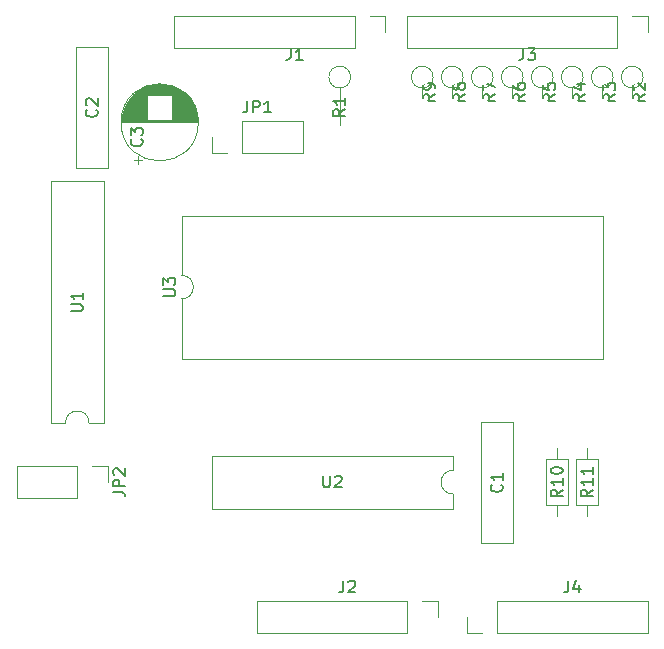
<source format=gto>
G04 #@! TF.GenerationSoftware,KiCad,Pcbnew,(5.1.12)-1*
G04 #@! TF.CreationDate,2022-05-14T07:58:37+02:00*
G04 #@! TF.ProjectId,EPROM-Shield,4550524f-4d2d-4536-9869-656c642e6b69,rev?*
G04 #@! TF.SameCoordinates,Original*
G04 #@! TF.FileFunction,Legend,Top*
G04 #@! TF.FilePolarity,Positive*
%FSLAX46Y46*%
G04 Gerber Fmt 4.6, Leading zero omitted, Abs format (unit mm)*
G04 Created by KiCad (PCBNEW (5.1.12)-1) date 2022-05-14 07:58:37*
%MOMM*%
%LPD*%
G01*
G04 APERTURE LIST*
%ADD10C,0.120000*%
%ADD11C,0.150000*%
%ADD12C,1.600000*%
%ADD13R,1.600000X1.600000*%
%ADD14O,1.400000X1.400000*%
%ADD15C,1.400000*%
%ADD16O,1.600000X2.400000*%
%ADD17R,1.600000X2.400000*%
%ADD18O,1.700000X1.700000*%
%ADD19R,1.700000X1.700000*%
%ADD20O,2.400000X1.600000*%
%ADD21R,2.400000X1.600000*%
G04 APERTURE END LIST*
D10*
G04 #@! TO.C,C3*
X108045000Y-78760000D02*
G75*
G03*
X108045000Y-78760000I-3270000J0D01*
G01*
X101545000Y-78760000D02*
X108005000Y-78760000D01*
X101545000Y-78720000D02*
X108005000Y-78720000D01*
X101545000Y-78680000D02*
X108005000Y-78680000D01*
X101547000Y-78640000D02*
X108003000Y-78640000D01*
X101548000Y-78600000D02*
X108002000Y-78600000D01*
X101551000Y-78560000D02*
X107999000Y-78560000D01*
X101553000Y-78520000D02*
X103735000Y-78520000D01*
X105815000Y-78520000D02*
X107997000Y-78520000D01*
X101557000Y-78480000D02*
X103735000Y-78480000D01*
X105815000Y-78480000D02*
X107993000Y-78480000D01*
X101560000Y-78440000D02*
X103735000Y-78440000D01*
X105815000Y-78440000D02*
X107990000Y-78440000D01*
X101564000Y-78400000D02*
X103735000Y-78400000D01*
X105815000Y-78400000D02*
X107986000Y-78400000D01*
X101569000Y-78360000D02*
X103735000Y-78360000D01*
X105815000Y-78360000D02*
X107981000Y-78360000D01*
X101574000Y-78320000D02*
X103735000Y-78320000D01*
X105815000Y-78320000D02*
X107976000Y-78320000D01*
X101580000Y-78280000D02*
X103735000Y-78280000D01*
X105815000Y-78280000D02*
X107970000Y-78280000D01*
X101586000Y-78240000D02*
X103735000Y-78240000D01*
X105815000Y-78240000D02*
X107964000Y-78240000D01*
X101593000Y-78200000D02*
X103735000Y-78200000D01*
X105815000Y-78200000D02*
X107957000Y-78200000D01*
X101600000Y-78160000D02*
X103735000Y-78160000D01*
X105815000Y-78160000D02*
X107950000Y-78160000D01*
X101608000Y-78120000D02*
X103735000Y-78120000D01*
X105815000Y-78120000D02*
X107942000Y-78120000D01*
X101616000Y-78080000D02*
X103735000Y-78080000D01*
X105815000Y-78080000D02*
X107934000Y-78080000D01*
X101625000Y-78039000D02*
X103735000Y-78039000D01*
X105815000Y-78039000D02*
X107925000Y-78039000D01*
X101634000Y-77999000D02*
X103735000Y-77999000D01*
X105815000Y-77999000D02*
X107916000Y-77999000D01*
X101644000Y-77959000D02*
X103735000Y-77959000D01*
X105815000Y-77959000D02*
X107906000Y-77959000D01*
X101654000Y-77919000D02*
X103735000Y-77919000D01*
X105815000Y-77919000D02*
X107896000Y-77919000D01*
X101665000Y-77879000D02*
X103735000Y-77879000D01*
X105815000Y-77879000D02*
X107885000Y-77879000D01*
X101677000Y-77839000D02*
X103735000Y-77839000D01*
X105815000Y-77839000D02*
X107873000Y-77839000D01*
X101689000Y-77799000D02*
X103735000Y-77799000D01*
X105815000Y-77799000D02*
X107861000Y-77799000D01*
X101701000Y-77759000D02*
X103735000Y-77759000D01*
X105815000Y-77759000D02*
X107849000Y-77759000D01*
X101714000Y-77719000D02*
X103735000Y-77719000D01*
X105815000Y-77719000D02*
X107836000Y-77719000D01*
X101728000Y-77679000D02*
X103735000Y-77679000D01*
X105815000Y-77679000D02*
X107822000Y-77679000D01*
X101742000Y-77639000D02*
X103735000Y-77639000D01*
X105815000Y-77639000D02*
X107808000Y-77639000D01*
X101757000Y-77599000D02*
X103735000Y-77599000D01*
X105815000Y-77599000D02*
X107793000Y-77599000D01*
X101773000Y-77559000D02*
X103735000Y-77559000D01*
X105815000Y-77559000D02*
X107777000Y-77559000D01*
X101789000Y-77519000D02*
X103735000Y-77519000D01*
X105815000Y-77519000D02*
X107761000Y-77519000D01*
X101805000Y-77479000D02*
X103735000Y-77479000D01*
X105815000Y-77479000D02*
X107745000Y-77479000D01*
X101823000Y-77439000D02*
X103735000Y-77439000D01*
X105815000Y-77439000D02*
X107727000Y-77439000D01*
X101841000Y-77399000D02*
X103735000Y-77399000D01*
X105815000Y-77399000D02*
X107709000Y-77399000D01*
X101859000Y-77359000D02*
X103735000Y-77359000D01*
X105815000Y-77359000D02*
X107691000Y-77359000D01*
X101879000Y-77319000D02*
X103735000Y-77319000D01*
X105815000Y-77319000D02*
X107671000Y-77319000D01*
X101899000Y-77279000D02*
X103735000Y-77279000D01*
X105815000Y-77279000D02*
X107651000Y-77279000D01*
X101919000Y-77239000D02*
X103735000Y-77239000D01*
X105815000Y-77239000D02*
X107631000Y-77239000D01*
X101941000Y-77199000D02*
X103735000Y-77199000D01*
X105815000Y-77199000D02*
X107609000Y-77199000D01*
X101963000Y-77159000D02*
X103735000Y-77159000D01*
X105815000Y-77159000D02*
X107587000Y-77159000D01*
X101985000Y-77119000D02*
X103735000Y-77119000D01*
X105815000Y-77119000D02*
X107565000Y-77119000D01*
X102009000Y-77079000D02*
X103735000Y-77079000D01*
X105815000Y-77079000D02*
X107541000Y-77079000D01*
X102033000Y-77039000D02*
X103735000Y-77039000D01*
X105815000Y-77039000D02*
X107517000Y-77039000D01*
X102059000Y-76999000D02*
X103735000Y-76999000D01*
X105815000Y-76999000D02*
X107491000Y-76999000D01*
X102085000Y-76959000D02*
X103735000Y-76959000D01*
X105815000Y-76959000D02*
X107465000Y-76959000D01*
X102111000Y-76919000D02*
X103735000Y-76919000D01*
X105815000Y-76919000D02*
X107439000Y-76919000D01*
X102139000Y-76879000D02*
X103735000Y-76879000D01*
X105815000Y-76879000D02*
X107411000Y-76879000D01*
X102168000Y-76839000D02*
X103735000Y-76839000D01*
X105815000Y-76839000D02*
X107382000Y-76839000D01*
X102197000Y-76799000D02*
X103735000Y-76799000D01*
X105815000Y-76799000D02*
X107353000Y-76799000D01*
X102227000Y-76759000D02*
X103735000Y-76759000D01*
X105815000Y-76759000D02*
X107323000Y-76759000D01*
X102259000Y-76719000D02*
X103735000Y-76719000D01*
X105815000Y-76719000D02*
X107291000Y-76719000D01*
X102291000Y-76679000D02*
X103735000Y-76679000D01*
X105815000Y-76679000D02*
X107259000Y-76679000D01*
X102325000Y-76639000D02*
X103735000Y-76639000D01*
X105815000Y-76639000D02*
X107225000Y-76639000D01*
X102359000Y-76599000D02*
X103735000Y-76599000D01*
X105815000Y-76599000D02*
X107191000Y-76599000D01*
X102395000Y-76559000D02*
X103735000Y-76559000D01*
X105815000Y-76559000D02*
X107155000Y-76559000D01*
X102432000Y-76519000D02*
X103735000Y-76519000D01*
X105815000Y-76519000D02*
X107118000Y-76519000D01*
X102470000Y-76479000D02*
X103735000Y-76479000D01*
X105815000Y-76479000D02*
X107080000Y-76479000D01*
X102510000Y-76439000D02*
X107040000Y-76439000D01*
X102551000Y-76399000D02*
X106999000Y-76399000D01*
X102593000Y-76359000D02*
X106957000Y-76359000D01*
X102638000Y-76319000D02*
X106912000Y-76319000D01*
X102683000Y-76279000D02*
X106867000Y-76279000D01*
X102731000Y-76239000D02*
X106819000Y-76239000D01*
X102780000Y-76199000D02*
X106770000Y-76199000D01*
X102831000Y-76159000D02*
X106719000Y-76159000D01*
X102885000Y-76119000D02*
X106665000Y-76119000D01*
X102941000Y-76079000D02*
X106609000Y-76079000D01*
X102999000Y-76039000D02*
X106551000Y-76039000D01*
X103061000Y-75999000D02*
X106489000Y-75999000D01*
X103125000Y-75959000D02*
X106425000Y-75959000D01*
X103194000Y-75919000D02*
X106356000Y-75919000D01*
X103266000Y-75879000D02*
X106284000Y-75879000D01*
X103343000Y-75839000D02*
X106207000Y-75839000D01*
X103425000Y-75799000D02*
X106125000Y-75799000D01*
X103513000Y-75759000D02*
X106037000Y-75759000D01*
X103610000Y-75719000D02*
X105940000Y-75719000D01*
X103716000Y-75679000D02*
X105834000Y-75679000D01*
X103835000Y-75639000D02*
X105715000Y-75639000D01*
X103973000Y-75599000D02*
X105577000Y-75599000D01*
X104142000Y-75559000D02*
X105408000Y-75559000D01*
X104373000Y-75519000D02*
X105177000Y-75519000D01*
X102936000Y-82260241D02*
X102936000Y-81630241D01*
X102621000Y-81945241D02*
X103251000Y-81945241D01*
G04 #@! TO.C,R1*
X120015000Y-75850000D02*
X120015000Y-79010000D01*
X120935000Y-74930000D02*
G75*
G03*
X120935000Y-74930000I-920000J0D01*
G01*
G04 #@! TO.C,U3*
X106620000Y-93710000D02*
X106620000Y-98770000D01*
X106620000Y-98770000D02*
X142300000Y-98770000D01*
X142300000Y-98770000D02*
X142300000Y-86650000D01*
X142300000Y-86650000D02*
X106620000Y-86650000D01*
X106620000Y-86650000D02*
X106620000Y-91710000D01*
X106620000Y-91710000D02*
G75*
G02*
X106620000Y-93710000I0J-1000000D01*
G01*
G04 #@! TO.C,R11*
X140050000Y-111140000D02*
X141890000Y-111140000D01*
X141890000Y-111140000D02*
X141890000Y-107300000D01*
X141890000Y-107300000D02*
X140050000Y-107300000D01*
X140050000Y-107300000D02*
X140050000Y-111140000D01*
X140970000Y-112090000D02*
X140970000Y-111140000D01*
X140970000Y-106350000D02*
X140970000Y-107300000D01*
G04 #@! TO.C,R10*
X137510000Y-111140000D02*
X139350000Y-111140000D01*
X139350000Y-111140000D02*
X139350000Y-107300000D01*
X139350000Y-107300000D02*
X137510000Y-107300000D01*
X137510000Y-107300000D02*
X137510000Y-111140000D01*
X138430000Y-112090000D02*
X138430000Y-111140000D01*
X138430000Y-106350000D02*
X138430000Y-107300000D01*
G04 #@! TO.C,J3*
X146110000Y-69790000D02*
X146110000Y-71120000D01*
X144780000Y-69790000D02*
X146110000Y-69790000D01*
X143510000Y-69790000D02*
X143510000Y-72450000D01*
X143510000Y-72450000D02*
X125670000Y-72450000D01*
X143510000Y-69790000D02*
X125670000Y-69790000D01*
X125670000Y-69790000D02*
X125670000Y-72450000D01*
G04 #@! TO.C,J4*
X130750000Y-121980000D02*
X130750000Y-120650000D01*
X132080000Y-121980000D02*
X130750000Y-121980000D01*
X133350000Y-121980000D02*
X133350000Y-119320000D01*
X133350000Y-119320000D02*
X146110000Y-119320000D01*
X133350000Y-121980000D02*
X146110000Y-121980000D01*
X146110000Y-121980000D02*
X146110000Y-119320000D01*
G04 #@! TO.C,J2*
X128330000Y-119320000D02*
X128330000Y-120650000D01*
X127000000Y-119320000D02*
X128330000Y-119320000D01*
X125730000Y-119320000D02*
X125730000Y-121980000D01*
X125730000Y-121980000D02*
X112970000Y-121980000D01*
X125730000Y-119320000D02*
X112970000Y-119320000D01*
X112970000Y-119320000D02*
X112970000Y-121980000D01*
G04 #@! TO.C,R4*
X139700000Y-75850000D02*
X139700000Y-76470000D01*
X140620000Y-74930000D02*
G75*
G03*
X140620000Y-74930000I-920000J0D01*
G01*
G04 #@! TO.C,R3*
X142240000Y-75850000D02*
X142240000Y-76470000D01*
X143160000Y-74930000D02*
G75*
G03*
X143160000Y-74930000I-920000J0D01*
G01*
G04 #@! TO.C,R2*
X144780000Y-75850000D02*
X144780000Y-76470000D01*
X145700000Y-74930000D02*
G75*
G03*
X145700000Y-74930000I-920000J0D01*
G01*
G04 #@! TO.C,J1*
X123885000Y-69790000D02*
X123885000Y-71120000D01*
X122555000Y-69790000D02*
X123885000Y-69790000D01*
X121285000Y-69790000D02*
X121285000Y-72450000D01*
X121285000Y-72450000D02*
X105985000Y-72450000D01*
X121285000Y-69790000D02*
X105985000Y-69790000D01*
X105985000Y-69790000D02*
X105985000Y-72450000D01*
G04 #@! TO.C,R6*
X134620000Y-75850000D02*
X134620000Y-76470000D01*
X135540000Y-74930000D02*
G75*
G03*
X135540000Y-74930000I-920000J0D01*
G01*
G04 #@! TO.C,R8*
X129540000Y-75850000D02*
X129540000Y-76470000D01*
X130460000Y-74930000D02*
G75*
G03*
X130460000Y-74930000I-920000J0D01*
G01*
G04 #@! TO.C,R9*
X127000000Y-75850000D02*
X127000000Y-76470000D01*
X127920000Y-74930000D02*
G75*
G03*
X127920000Y-74930000I-920000J0D01*
G01*
G04 #@! TO.C,R7*
X132080000Y-75850000D02*
X132080000Y-76470000D01*
X133000000Y-74930000D02*
G75*
G03*
X133000000Y-74930000I-920000J0D01*
G01*
G04 #@! TO.C,R5*
X137160000Y-75850000D02*
X137160000Y-76470000D01*
X138080000Y-74930000D02*
G75*
G03*
X138080000Y-74930000I-920000J0D01*
G01*
G04 #@! TO.C,C2*
X97690000Y-82630000D02*
X97690000Y-72390000D01*
X100430000Y-82630000D02*
X100430000Y-72390000D01*
X97690000Y-82630000D02*
X100430000Y-82630000D01*
X97690000Y-72390000D02*
X100430000Y-72390000D01*
G04 #@! TO.C,C1*
X131980000Y-114380000D02*
X131980000Y-104140000D01*
X134720000Y-114380000D02*
X134720000Y-104140000D01*
X131980000Y-114380000D02*
X134720000Y-114380000D01*
X131980000Y-104140000D02*
X134720000Y-104140000D01*
G04 #@! TO.C,U2*
X129600000Y-111470000D02*
X129600000Y-110220000D01*
X109160000Y-111470000D02*
X129600000Y-111470000D01*
X109160000Y-106970000D02*
X109160000Y-111470000D01*
X129600000Y-106970000D02*
X109160000Y-106970000D01*
X129600000Y-108220000D02*
X129600000Y-106970000D01*
X129600000Y-110220000D02*
G75*
G02*
X129600000Y-108220000I0J1000000D01*
G01*
G04 #@! TO.C,U1*
X95540000Y-104200000D02*
X96790000Y-104200000D01*
X95540000Y-83760000D02*
X95540000Y-104200000D01*
X100040000Y-83760000D02*
X95540000Y-83760000D01*
X100040000Y-104200000D02*
X100040000Y-83760000D01*
X98790000Y-104200000D02*
X100040000Y-104200000D01*
X96790000Y-104200000D02*
G75*
G02*
X98790000Y-104200000I1000000J0D01*
G01*
G04 #@! TO.C,JP2*
X100390000Y-107890000D02*
X100390000Y-109220000D01*
X99060000Y-107890000D02*
X100390000Y-107890000D01*
X97790000Y-107890000D02*
X97790000Y-110550000D01*
X97790000Y-110550000D02*
X92650000Y-110550000D01*
X97790000Y-107890000D02*
X92650000Y-107890000D01*
X92650000Y-107890000D02*
X92650000Y-110550000D01*
G04 #@! TO.C,JP1*
X109160000Y-81340000D02*
X109160000Y-80010000D01*
X110490000Y-81340000D02*
X109160000Y-81340000D01*
X111760000Y-81340000D02*
X111760000Y-78680000D01*
X111760000Y-78680000D02*
X116900000Y-78680000D01*
X111760000Y-81340000D02*
X116900000Y-81340000D01*
X116900000Y-81340000D02*
X116900000Y-78680000D01*
G04 #@! TO.C,C3*
D11*
X103227142Y-80176666D02*
X103274761Y-80224285D01*
X103322380Y-80367142D01*
X103322380Y-80462380D01*
X103274761Y-80605238D01*
X103179523Y-80700476D01*
X103084285Y-80748095D01*
X102893809Y-80795714D01*
X102750952Y-80795714D01*
X102560476Y-80748095D01*
X102465238Y-80700476D01*
X102370000Y-80605238D01*
X102322380Y-80462380D01*
X102322380Y-80367142D01*
X102370000Y-80224285D01*
X102417619Y-80176666D01*
X102322380Y-79843333D02*
X102322380Y-79224285D01*
X102703333Y-79557619D01*
X102703333Y-79414761D01*
X102750952Y-79319523D01*
X102798571Y-79271904D01*
X102893809Y-79224285D01*
X103131904Y-79224285D01*
X103227142Y-79271904D01*
X103274761Y-79319523D01*
X103322380Y-79414761D01*
X103322380Y-79700476D01*
X103274761Y-79795714D01*
X103227142Y-79843333D01*
G04 #@! TO.C,R1*
X120467380Y-77636666D02*
X119991190Y-77970000D01*
X120467380Y-78208095D02*
X119467380Y-78208095D01*
X119467380Y-77827142D01*
X119515000Y-77731904D01*
X119562619Y-77684285D01*
X119657857Y-77636666D01*
X119800714Y-77636666D01*
X119895952Y-77684285D01*
X119943571Y-77731904D01*
X119991190Y-77827142D01*
X119991190Y-78208095D01*
X120467380Y-76684285D02*
X120467380Y-77255714D01*
X120467380Y-76970000D02*
X119467380Y-76970000D01*
X119610238Y-77065238D01*
X119705476Y-77160476D01*
X119753095Y-77255714D01*
G04 #@! TO.C,U3*
X105072380Y-93471904D02*
X105881904Y-93471904D01*
X105977142Y-93424285D01*
X106024761Y-93376666D01*
X106072380Y-93281428D01*
X106072380Y-93090952D01*
X106024761Y-92995714D01*
X105977142Y-92948095D01*
X105881904Y-92900476D01*
X105072380Y-92900476D01*
X105072380Y-92519523D02*
X105072380Y-91900476D01*
X105453333Y-92233809D01*
X105453333Y-92090952D01*
X105500952Y-91995714D01*
X105548571Y-91948095D01*
X105643809Y-91900476D01*
X105881904Y-91900476D01*
X105977142Y-91948095D01*
X106024761Y-91995714D01*
X106072380Y-92090952D01*
X106072380Y-92376666D01*
X106024761Y-92471904D01*
X105977142Y-92519523D01*
G04 #@! TO.C,R11*
X141422380Y-109862857D02*
X140946190Y-110196190D01*
X141422380Y-110434285D02*
X140422380Y-110434285D01*
X140422380Y-110053333D01*
X140470000Y-109958095D01*
X140517619Y-109910476D01*
X140612857Y-109862857D01*
X140755714Y-109862857D01*
X140850952Y-109910476D01*
X140898571Y-109958095D01*
X140946190Y-110053333D01*
X140946190Y-110434285D01*
X141422380Y-108910476D02*
X141422380Y-109481904D01*
X141422380Y-109196190D02*
X140422380Y-109196190D01*
X140565238Y-109291428D01*
X140660476Y-109386666D01*
X140708095Y-109481904D01*
X141422380Y-107958095D02*
X141422380Y-108529523D01*
X141422380Y-108243809D02*
X140422380Y-108243809D01*
X140565238Y-108339047D01*
X140660476Y-108434285D01*
X140708095Y-108529523D01*
G04 #@! TO.C,R10*
X138882380Y-109862857D02*
X138406190Y-110196190D01*
X138882380Y-110434285D02*
X137882380Y-110434285D01*
X137882380Y-110053333D01*
X137930000Y-109958095D01*
X137977619Y-109910476D01*
X138072857Y-109862857D01*
X138215714Y-109862857D01*
X138310952Y-109910476D01*
X138358571Y-109958095D01*
X138406190Y-110053333D01*
X138406190Y-110434285D01*
X138882380Y-108910476D02*
X138882380Y-109481904D01*
X138882380Y-109196190D02*
X137882380Y-109196190D01*
X138025238Y-109291428D01*
X138120476Y-109386666D01*
X138168095Y-109481904D01*
X137882380Y-108291428D02*
X137882380Y-108196190D01*
X137930000Y-108100952D01*
X137977619Y-108053333D01*
X138072857Y-108005714D01*
X138263333Y-107958095D01*
X138501428Y-107958095D01*
X138691904Y-108005714D01*
X138787142Y-108053333D01*
X138834761Y-108100952D01*
X138882380Y-108196190D01*
X138882380Y-108291428D01*
X138834761Y-108386666D01*
X138787142Y-108434285D01*
X138691904Y-108481904D01*
X138501428Y-108529523D01*
X138263333Y-108529523D01*
X138072857Y-108481904D01*
X137977619Y-108434285D01*
X137930000Y-108386666D01*
X137882380Y-108291428D01*
G04 #@! TO.C,J3*
X135556666Y-72477380D02*
X135556666Y-73191666D01*
X135509047Y-73334523D01*
X135413809Y-73429761D01*
X135270952Y-73477380D01*
X135175714Y-73477380D01*
X135937619Y-72477380D02*
X136556666Y-72477380D01*
X136223333Y-72858333D01*
X136366190Y-72858333D01*
X136461428Y-72905952D01*
X136509047Y-72953571D01*
X136556666Y-73048809D01*
X136556666Y-73286904D01*
X136509047Y-73382142D01*
X136461428Y-73429761D01*
X136366190Y-73477380D01*
X136080476Y-73477380D01*
X135985238Y-73429761D01*
X135937619Y-73382142D01*
G04 #@! TO.C,J4*
X139366666Y-117562380D02*
X139366666Y-118276666D01*
X139319047Y-118419523D01*
X139223809Y-118514761D01*
X139080952Y-118562380D01*
X138985714Y-118562380D01*
X140271428Y-117895714D02*
X140271428Y-118562380D01*
X140033333Y-117514761D02*
X139795238Y-118229047D01*
X140414285Y-118229047D01*
G04 #@! TO.C,J2*
X120316666Y-117562380D02*
X120316666Y-118276666D01*
X120269047Y-118419523D01*
X120173809Y-118514761D01*
X120030952Y-118562380D01*
X119935714Y-118562380D01*
X120745238Y-117657619D02*
X120792857Y-117610000D01*
X120888095Y-117562380D01*
X121126190Y-117562380D01*
X121221428Y-117610000D01*
X121269047Y-117657619D01*
X121316666Y-117752857D01*
X121316666Y-117848095D01*
X121269047Y-117990952D01*
X120697619Y-118562380D01*
X121316666Y-118562380D01*
G04 #@! TO.C,R4*
X140787380Y-76366666D02*
X140311190Y-76700000D01*
X140787380Y-76938095D02*
X139787380Y-76938095D01*
X139787380Y-76557142D01*
X139835000Y-76461904D01*
X139882619Y-76414285D01*
X139977857Y-76366666D01*
X140120714Y-76366666D01*
X140215952Y-76414285D01*
X140263571Y-76461904D01*
X140311190Y-76557142D01*
X140311190Y-76938095D01*
X140120714Y-75509523D02*
X140787380Y-75509523D01*
X139739761Y-75747619D02*
X140454047Y-75985714D01*
X140454047Y-75366666D01*
G04 #@! TO.C,R3*
X143327380Y-76366666D02*
X142851190Y-76700000D01*
X143327380Y-76938095D02*
X142327380Y-76938095D01*
X142327380Y-76557142D01*
X142375000Y-76461904D01*
X142422619Y-76414285D01*
X142517857Y-76366666D01*
X142660714Y-76366666D01*
X142755952Y-76414285D01*
X142803571Y-76461904D01*
X142851190Y-76557142D01*
X142851190Y-76938095D01*
X142327380Y-76033333D02*
X142327380Y-75414285D01*
X142708333Y-75747619D01*
X142708333Y-75604761D01*
X142755952Y-75509523D01*
X142803571Y-75461904D01*
X142898809Y-75414285D01*
X143136904Y-75414285D01*
X143232142Y-75461904D01*
X143279761Y-75509523D01*
X143327380Y-75604761D01*
X143327380Y-75890476D01*
X143279761Y-75985714D01*
X143232142Y-76033333D01*
G04 #@! TO.C,R2*
X145867380Y-76366666D02*
X145391190Y-76700000D01*
X145867380Y-76938095D02*
X144867380Y-76938095D01*
X144867380Y-76557142D01*
X144915000Y-76461904D01*
X144962619Y-76414285D01*
X145057857Y-76366666D01*
X145200714Y-76366666D01*
X145295952Y-76414285D01*
X145343571Y-76461904D01*
X145391190Y-76557142D01*
X145391190Y-76938095D01*
X144962619Y-75985714D02*
X144915000Y-75938095D01*
X144867380Y-75842857D01*
X144867380Y-75604761D01*
X144915000Y-75509523D01*
X144962619Y-75461904D01*
X145057857Y-75414285D01*
X145153095Y-75414285D01*
X145295952Y-75461904D01*
X145867380Y-76033333D01*
X145867380Y-75414285D01*
G04 #@! TO.C,J1*
X115871666Y-72477380D02*
X115871666Y-73191666D01*
X115824047Y-73334523D01*
X115728809Y-73429761D01*
X115585952Y-73477380D01*
X115490714Y-73477380D01*
X116871666Y-73477380D02*
X116300238Y-73477380D01*
X116585952Y-73477380D02*
X116585952Y-72477380D01*
X116490714Y-72620238D01*
X116395476Y-72715476D01*
X116300238Y-72763095D01*
G04 #@! TO.C,R6*
X135707380Y-76366666D02*
X135231190Y-76700000D01*
X135707380Y-76938095D02*
X134707380Y-76938095D01*
X134707380Y-76557142D01*
X134755000Y-76461904D01*
X134802619Y-76414285D01*
X134897857Y-76366666D01*
X135040714Y-76366666D01*
X135135952Y-76414285D01*
X135183571Y-76461904D01*
X135231190Y-76557142D01*
X135231190Y-76938095D01*
X134707380Y-75509523D02*
X134707380Y-75700000D01*
X134755000Y-75795238D01*
X134802619Y-75842857D01*
X134945476Y-75938095D01*
X135135952Y-75985714D01*
X135516904Y-75985714D01*
X135612142Y-75938095D01*
X135659761Y-75890476D01*
X135707380Y-75795238D01*
X135707380Y-75604761D01*
X135659761Y-75509523D01*
X135612142Y-75461904D01*
X135516904Y-75414285D01*
X135278809Y-75414285D01*
X135183571Y-75461904D01*
X135135952Y-75509523D01*
X135088333Y-75604761D01*
X135088333Y-75795238D01*
X135135952Y-75890476D01*
X135183571Y-75938095D01*
X135278809Y-75985714D01*
G04 #@! TO.C,R8*
X130627380Y-76366666D02*
X130151190Y-76700000D01*
X130627380Y-76938095D02*
X129627380Y-76938095D01*
X129627380Y-76557142D01*
X129675000Y-76461904D01*
X129722619Y-76414285D01*
X129817857Y-76366666D01*
X129960714Y-76366666D01*
X130055952Y-76414285D01*
X130103571Y-76461904D01*
X130151190Y-76557142D01*
X130151190Y-76938095D01*
X130055952Y-75795238D02*
X130008333Y-75890476D01*
X129960714Y-75938095D01*
X129865476Y-75985714D01*
X129817857Y-75985714D01*
X129722619Y-75938095D01*
X129675000Y-75890476D01*
X129627380Y-75795238D01*
X129627380Y-75604761D01*
X129675000Y-75509523D01*
X129722619Y-75461904D01*
X129817857Y-75414285D01*
X129865476Y-75414285D01*
X129960714Y-75461904D01*
X130008333Y-75509523D01*
X130055952Y-75604761D01*
X130055952Y-75795238D01*
X130103571Y-75890476D01*
X130151190Y-75938095D01*
X130246428Y-75985714D01*
X130436904Y-75985714D01*
X130532142Y-75938095D01*
X130579761Y-75890476D01*
X130627380Y-75795238D01*
X130627380Y-75604761D01*
X130579761Y-75509523D01*
X130532142Y-75461904D01*
X130436904Y-75414285D01*
X130246428Y-75414285D01*
X130151190Y-75461904D01*
X130103571Y-75509523D01*
X130055952Y-75604761D01*
G04 #@! TO.C,R9*
X128087380Y-76366666D02*
X127611190Y-76700000D01*
X128087380Y-76938095D02*
X127087380Y-76938095D01*
X127087380Y-76557142D01*
X127135000Y-76461904D01*
X127182619Y-76414285D01*
X127277857Y-76366666D01*
X127420714Y-76366666D01*
X127515952Y-76414285D01*
X127563571Y-76461904D01*
X127611190Y-76557142D01*
X127611190Y-76938095D01*
X128087380Y-75890476D02*
X128087380Y-75700000D01*
X128039761Y-75604761D01*
X127992142Y-75557142D01*
X127849285Y-75461904D01*
X127658809Y-75414285D01*
X127277857Y-75414285D01*
X127182619Y-75461904D01*
X127135000Y-75509523D01*
X127087380Y-75604761D01*
X127087380Y-75795238D01*
X127135000Y-75890476D01*
X127182619Y-75938095D01*
X127277857Y-75985714D01*
X127515952Y-75985714D01*
X127611190Y-75938095D01*
X127658809Y-75890476D01*
X127706428Y-75795238D01*
X127706428Y-75604761D01*
X127658809Y-75509523D01*
X127611190Y-75461904D01*
X127515952Y-75414285D01*
G04 #@! TO.C,R7*
X133167380Y-76366666D02*
X132691190Y-76700000D01*
X133167380Y-76938095D02*
X132167380Y-76938095D01*
X132167380Y-76557142D01*
X132215000Y-76461904D01*
X132262619Y-76414285D01*
X132357857Y-76366666D01*
X132500714Y-76366666D01*
X132595952Y-76414285D01*
X132643571Y-76461904D01*
X132691190Y-76557142D01*
X132691190Y-76938095D01*
X132167380Y-76033333D02*
X132167380Y-75366666D01*
X133167380Y-75795238D01*
G04 #@! TO.C,R5*
X138247380Y-76366666D02*
X137771190Y-76700000D01*
X138247380Y-76938095D02*
X137247380Y-76938095D01*
X137247380Y-76557142D01*
X137295000Y-76461904D01*
X137342619Y-76414285D01*
X137437857Y-76366666D01*
X137580714Y-76366666D01*
X137675952Y-76414285D01*
X137723571Y-76461904D01*
X137771190Y-76557142D01*
X137771190Y-76938095D01*
X137247380Y-75461904D02*
X137247380Y-75938095D01*
X137723571Y-75985714D01*
X137675952Y-75938095D01*
X137628333Y-75842857D01*
X137628333Y-75604761D01*
X137675952Y-75509523D01*
X137723571Y-75461904D01*
X137818809Y-75414285D01*
X138056904Y-75414285D01*
X138152142Y-75461904D01*
X138199761Y-75509523D01*
X138247380Y-75604761D01*
X138247380Y-75842857D01*
X138199761Y-75938095D01*
X138152142Y-75985714D01*
G04 #@! TO.C,C2*
X99417142Y-77676666D02*
X99464761Y-77724285D01*
X99512380Y-77867142D01*
X99512380Y-77962380D01*
X99464761Y-78105238D01*
X99369523Y-78200476D01*
X99274285Y-78248095D01*
X99083809Y-78295714D01*
X98940952Y-78295714D01*
X98750476Y-78248095D01*
X98655238Y-78200476D01*
X98560000Y-78105238D01*
X98512380Y-77962380D01*
X98512380Y-77867142D01*
X98560000Y-77724285D01*
X98607619Y-77676666D01*
X98607619Y-77295714D02*
X98560000Y-77248095D01*
X98512380Y-77152857D01*
X98512380Y-76914761D01*
X98560000Y-76819523D01*
X98607619Y-76771904D01*
X98702857Y-76724285D01*
X98798095Y-76724285D01*
X98940952Y-76771904D01*
X99512380Y-77343333D01*
X99512380Y-76724285D01*
G04 #@! TO.C,C1*
X133707142Y-109426666D02*
X133754761Y-109474285D01*
X133802380Y-109617142D01*
X133802380Y-109712380D01*
X133754761Y-109855238D01*
X133659523Y-109950476D01*
X133564285Y-109998095D01*
X133373809Y-110045714D01*
X133230952Y-110045714D01*
X133040476Y-109998095D01*
X132945238Y-109950476D01*
X132850000Y-109855238D01*
X132802380Y-109712380D01*
X132802380Y-109617142D01*
X132850000Y-109474285D01*
X132897619Y-109426666D01*
X133802380Y-108474285D02*
X133802380Y-109045714D01*
X133802380Y-108760000D02*
X132802380Y-108760000D01*
X132945238Y-108855238D01*
X133040476Y-108950476D01*
X133088095Y-109045714D01*
G04 #@! TO.C,U2*
X118618095Y-108672380D02*
X118618095Y-109481904D01*
X118665714Y-109577142D01*
X118713333Y-109624761D01*
X118808571Y-109672380D01*
X118999047Y-109672380D01*
X119094285Y-109624761D01*
X119141904Y-109577142D01*
X119189523Y-109481904D01*
X119189523Y-108672380D01*
X119618095Y-108767619D02*
X119665714Y-108720000D01*
X119760952Y-108672380D01*
X119999047Y-108672380D01*
X120094285Y-108720000D01*
X120141904Y-108767619D01*
X120189523Y-108862857D01*
X120189523Y-108958095D01*
X120141904Y-109100952D01*
X119570476Y-109672380D01*
X120189523Y-109672380D01*
G04 #@! TO.C,U1*
X97242380Y-94741904D02*
X98051904Y-94741904D01*
X98147142Y-94694285D01*
X98194761Y-94646666D01*
X98242380Y-94551428D01*
X98242380Y-94360952D01*
X98194761Y-94265714D01*
X98147142Y-94218095D01*
X98051904Y-94170476D01*
X97242380Y-94170476D01*
X98242380Y-93170476D02*
X98242380Y-93741904D01*
X98242380Y-93456190D02*
X97242380Y-93456190D01*
X97385238Y-93551428D01*
X97480476Y-93646666D01*
X97528095Y-93741904D01*
G04 #@! TO.C,JP2*
X100842380Y-110053333D02*
X101556666Y-110053333D01*
X101699523Y-110100952D01*
X101794761Y-110196190D01*
X101842380Y-110339047D01*
X101842380Y-110434285D01*
X101842380Y-109577142D02*
X100842380Y-109577142D01*
X100842380Y-109196190D01*
X100890000Y-109100952D01*
X100937619Y-109053333D01*
X101032857Y-109005714D01*
X101175714Y-109005714D01*
X101270952Y-109053333D01*
X101318571Y-109100952D01*
X101366190Y-109196190D01*
X101366190Y-109577142D01*
X100937619Y-108624761D02*
X100890000Y-108577142D01*
X100842380Y-108481904D01*
X100842380Y-108243809D01*
X100890000Y-108148571D01*
X100937619Y-108100952D01*
X101032857Y-108053333D01*
X101128095Y-108053333D01*
X101270952Y-108100952D01*
X101842380Y-108672380D01*
X101842380Y-108053333D01*
G04 #@! TO.C,JP1*
X112196666Y-76922380D02*
X112196666Y-77636666D01*
X112149047Y-77779523D01*
X112053809Y-77874761D01*
X111910952Y-77922380D01*
X111815714Y-77922380D01*
X112672857Y-77922380D02*
X112672857Y-76922380D01*
X113053809Y-76922380D01*
X113149047Y-76970000D01*
X113196666Y-77017619D01*
X113244285Y-77112857D01*
X113244285Y-77255714D01*
X113196666Y-77350952D01*
X113149047Y-77398571D01*
X113053809Y-77446190D01*
X112672857Y-77446190D01*
X114196666Y-77922380D02*
X113625238Y-77922380D01*
X113910952Y-77922380D02*
X113910952Y-76922380D01*
X113815714Y-77065238D01*
X113720476Y-77160476D01*
X113625238Y-77208095D01*
G04 #@! TD*
%LPC*%
D12*
G04 #@! TO.C,C3*
X104775000Y-77510000D03*
D13*
X104775000Y-80010000D03*
G04 #@! TD*
D14*
G04 #@! TO.C,R1*
X120015000Y-80010000D03*
D15*
X120015000Y-74930000D03*
G04 #@! TD*
D16*
G04 #@! TO.C,U3*
X107950000Y-85090000D03*
X140970000Y-100330000D03*
X110490000Y-85090000D03*
X138430000Y-100330000D03*
X113030000Y-85090000D03*
X135890000Y-100330000D03*
X115570000Y-85090000D03*
X133350000Y-100330000D03*
X118110000Y-85090000D03*
X130810000Y-100330000D03*
X120650000Y-85090000D03*
X128270000Y-100330000D03*
X123190000Y-85090000D03*
X125730000Y-100330000D03*
X125730000Y-85090000D03*
X123190000Y-100330000D03*
X128270000Y-85090000D03*
X120650000Y-100330000D03*
X130810000Y-85090000D03*
X118110000Y-100330000D03*
X133350000Y-85090000D03*
X115570000Y-100330000D03*
X135890000Y-85090000D03*
X113030000Y-100330000D03*
X138430000Y-85090000D03*
X110490000Y-100330000D03*
X140970000Y-85090000D03*
D17*
X107950000Y-100330000D03*
G04 #@! TD*
D14*
G04 #@! TO.C,R11*
X140970000Y-105410000D03*
D15*
X140970000Y-113030000D03*
G04 #@! TD*
D14*
G04 #@! TO.C,R10*
X138430000Y-105410000D03*
D15*
X138430000Y-113030000D03*
G04 #@! TD*
D18*
G04 #@! TO.C,J3*
X127000000Y-71120000D03*
X129540000Y-71120000D03*
X132080000Y-71120000D03*
X134620000Y-71120000D03*
X137160000Y-71120000D03*
X139700000Y-71120000D03*
X142240000Y-71120000D03*
D19*
X144780000Y-71120000D03*
G04 #@! TD*
D18*
G04 #@! TO.C,J4*
X144780000Y-120650000D03*
X142240000Y-120650000D03*
X139700000Y-120650000D03*
X137160000Y-120650000D03*
X134620000Y-120650000D03*
D19*
X132080000Y-120650000D03*
G04 #@! TD*
D18*
G04 #@! TO.C,J2*
X114300000Y-120650000D03*
X116840000Y-120650000D03*
X119380000Y-120650000D03*
X121920000Y-120650000D03*
X124460000Y-120650000D03*
D19*
X127000000Y-120650000D03*
G04 #@! TD*
D14*
G04 #@! TO.C,R4*
X139700000Y-77470000D03*
D15*
X139700000Y-74930000D03*
G04 #@! TD*
D14*
G04 #@! TO.C,R3*
X142240000Y-77470000D03*
D15*
X142240000Y-74930000D03*
G04 #@! TD*
D14*
G04 #@! TO.C,R2*
X144780000Y-77470000D03*
D15*
X144780000Y-74930000D03*
G04 #@! TD*
D18*
G04 #@! TO.C,J1*
X107315000Y-71120000D03*
X109855000Y-71120000D03*
X112395000Y-71120000D03*
X114935000Y-71120000D03*
X117475000Y-71120000D03*
X120015000Y-71120000D03*
D19*
X122555000Y-71120000D03*
G04 #@! TD*
D14*
G04 #@! TO.C,R6*
X134620000Y-77470000D03*
D15*
X134620000Y-74930000D03*
G04 #@! TD*
D14*
G04 #@! TO.C,R8*
X129540000Y-77470000D03*
D15*
X129540000Y-74930000D03*
G04 #@! TD*
D14*
G04 #@! TO.C,R9*
X127000000Y-77470000D03*
D15*
X127000000Y-74930000D03*
G04 #@! TD*
D14*
G04 #@! TO.C,R7*
X132080000Y-77470000D03*
D15*
X132080000Y-74930000D03*
G04 #@! TD*
D14*
G04 #@! TO.C,R5*
X137160000Y-77470000D03*
D15*
X137160000Y-74930000D03*
G04 #@! TD*
D12*
G04 #@! TO.C,C2*
X99060000Y-75010000D03*
X99060000Y-80010000D03*
G04 #@! TD*
G04 #@! TO.C,C1*
X133350000Y-106760000D03*
X133350000Y-111760000D03*
G04 #@! TD*
D16*
G04 #@! TO.C,U2*
X128270000Y-113030000D03*
X110490000Y-105410000D03*
X125730000Y-113030000D03*
X113030000Y-105410000D03*
X123190000Y-113030000D03*
X115570000Y-105410000D03*
X120650000Y-113030000D03*
X118110000Y-105410000D03*
X118110000Y-113030000D03*
X120650000Y-105410000D03*
X115570000Y-113030000D03*
X123190000Y-105410000D03*
X113030000Y-113030000D03*
X125730000Y-105410000D03*
X110490000Y-113030000D03*
D17*
X128270000Y-105410000D03*
G04 #@! TD*
D20*
G04 #@! TO.C,U1*
X93980000Y-102870000D03*
X101600000Y-85090000D03*
X93980000Y-100330000D03*
X101600000Y-87630000D03*
X93980000Y-97790000D03*
X101600000Y-90170000D03*
X93980000Y-95250000D03*
X101600000Y-92710000D03*
X93980000Y-92710000D03*
X101600000Y-95250000D03*
X93980000Y-90170000D03*
X101600000Y-97790000D03*
X93980000Y-87630000D03*
X101600000Y-100330000D03*
X93980000Y-85090000D03*
D21*
X101600000Y-102870000D03*
G04 #@! TD*
D18*
G04 #@! TO.C,JP2*
X93980000Y-109220000D03*
X96520000Y-109220000D03*
D19*
X99060000Y-109220000D03*
G04 #@! TD*
D18*
G04 #@! TO.C,JP1*
X115570000Y-80010000D03*
X113030000Y-80010000D03*
D19*
X110490000Y-80010000D03*
G04 #@! TD*
M02*

</source>
